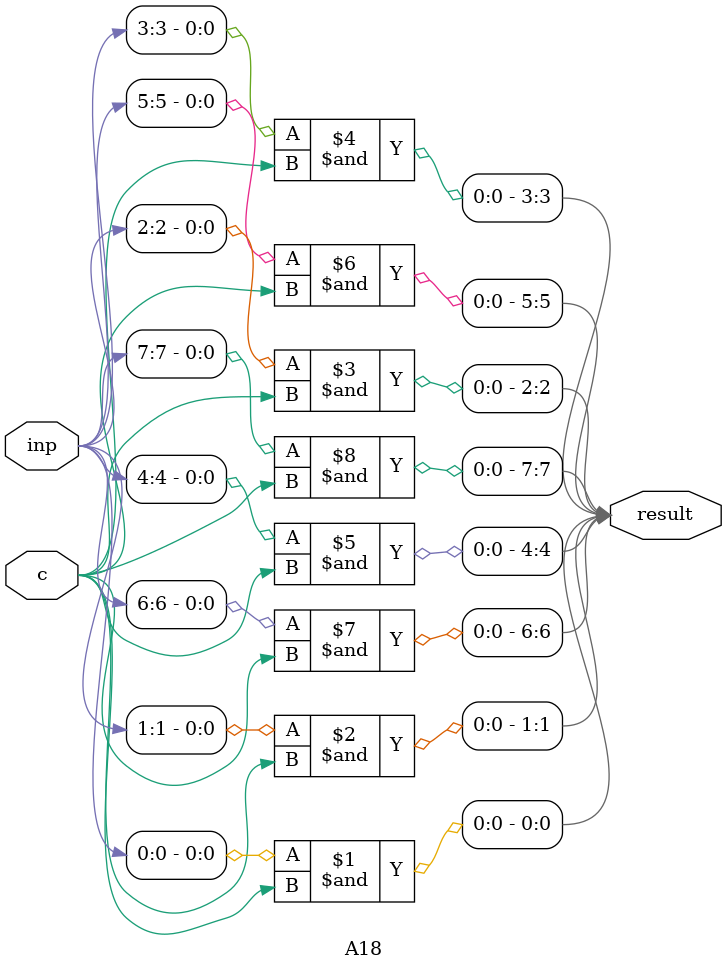
<source format=v>
`timescale 1ns/1ns

module A18(output[7:0] result, input[7:0] inp, input c);  //This module is to perform and for 1 bit and 8 bit inputs.

 //each bit of result is and of each bit of inp with c.

    and (result[0], inp[0], c);
    and (result[1], inp[1], c);
    and (result[2], inp[2], c);
    and (result[3], inp[3], c);
    and (result[4], inp[4], c);
    and (result[5], inp[5], c);
    and (result[6], inp[6], c);
    and (result[7], inp[7], c);

endmodule
</source>
